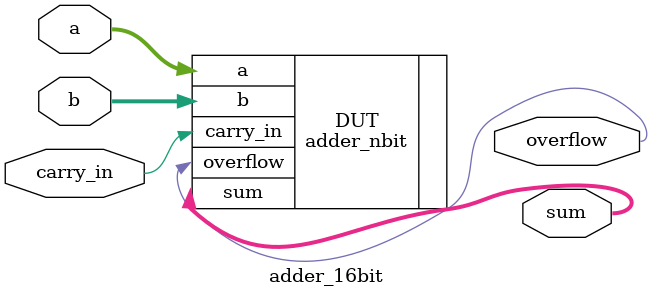
<source format=sv>

module adder_16bit
(
	input wire [15:0] a,
	input wire [15:0] b,
	input wire carry_in,
	output wire [15:0] sum,
	output wire overflow
);

	// STUDENT: Fill in the correct port map with parameter override syntax for using your n-bit ripple carry adder design to be an 8-bit ripple carry adder design

   adder_nbit #(.NUM_BITS(16)) DUT(.a(a), .b(b), .carry_in(carry_in), .sum(sum), .overflow(overflow));
   
endmodule

</source>
